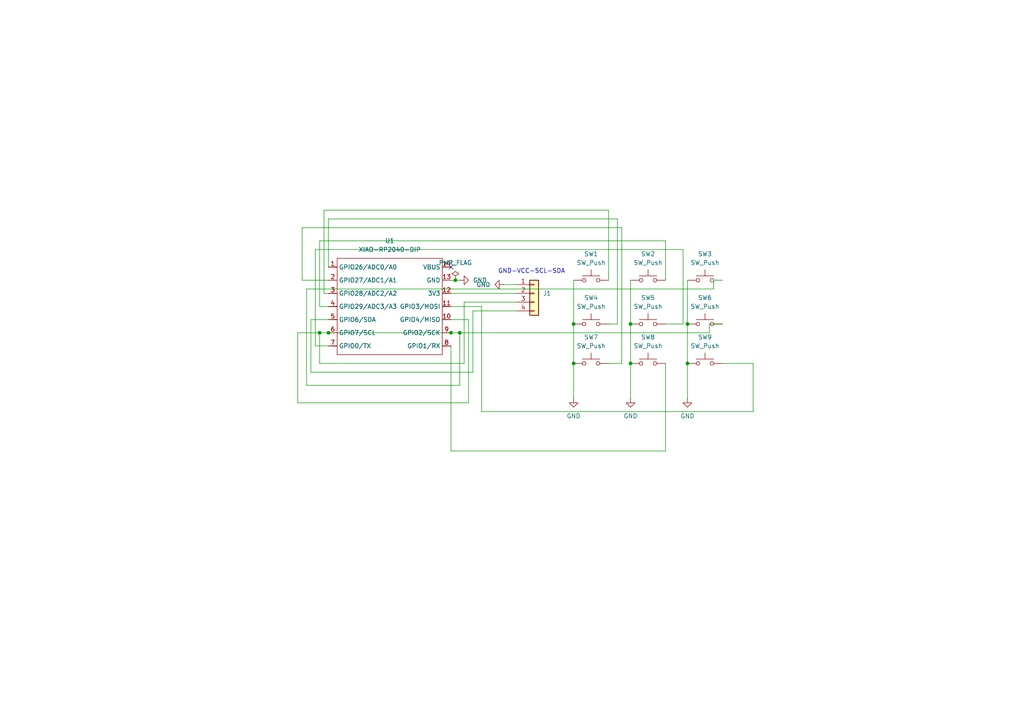
<source format=kicad_sch>
(kicad_sch (version 20250114) (generator "eeschema") (generator_version "9.0")
  (paper "A4")
  (lib_symbols
    (symbol "Connector_Generic:Conn_01x04" (pin_names (offset 1.016) (hide yes))
      (property "Reference" "J" (at 0 5.08 0))
      (property "Value" "Conn_01x04" (at 0 -7.62 0))
      (symbol "Conn_01x04_1_1"
        (rectangle (start -1.27 3.81) (end 1.27 -6.35) (stroke (width 0.254)) (fill (type background)))
        (rectangle (start -1.27 2.667) (end 0 2.413) (stroke (width 0.1524)))
        (rectangle (start -1.27 0.127) (end 0 -0.127) (stroke (width 0.1524)))
        (rectangle (start -1.27 -2.413) (end 0 -2.667) (stroke (width 0.1524)))
        (rectangle (start -1.27 -4.953) (end 0 -5.207) (stroke (width 0.1524)))
        (pin passive line (at -5.08 2.54 0) (length 3.81) (name "Pin_1") (number "1"))
        (pin passive line (at -5.08 0 0) (length 3.81) (name "Pin_2") (number "2"))
        (pin passive line (at -5.08 -2.54 0) (length 3.81) (name "Pin_3") (number "3"))
        (pin passive line (at -5.08 -5.08 0) (length 3.81) (name "Pin_4") (number "4"))
      )
    )
    (symbol "Switch:SW_Push" (pin_numbers (hide yes)) (pin_names (offset 1.016) (hide yes))
      (property "Reference" "SW" (at 1.27 2.54 0))
      (property "Value" "SW_Push" (at 0 -1.524 0))
      (symbol "SW_Push_0_1"
        (circle (center -2.032 0) (radius 0.508))
        (polyline (pts (xy 0 1.27) (xy 0 3.048)))
        (circle (center 2.032 0) (radius 0.508))
        (polyline (pts (xy 2.54 1.27) (xy -2.54 1.27)))
        (pin passive line (at -5.08 0 0) (length 2.54) (name "1") (number "1"))
        (pin passive line (at 5.08 0 180) (length 2.54) (name "2") (number "2"))
      )
    )
    (symbol "gethin_symbols:XIAO-RP2040-DIP"
      (property "Reference" "U" (at 0 0 0))
      (property "Value" "XIAO-RP2040-DIP" (at 5.334 -1.778 0))
      (symbol "XIAO-RP2040-DIP_1_0"
        (polyline (pts (xy -1.27 -2.54) (xy 29.21 -2.54)) (stroke (width 0.1524)))
        (polyline (pts (xy -1.27 -5.08) (xy -2.54 -5.08)) (stroke (width 0.1524)))
        (polyline (pts (xy -1.27 -5.08) (xy -1.27 -2.54)) (stroke (width 0.1524)))
        (polyline (pts (xy -1.27 -8.89) (xy -2.54 -8.89)) (stroke (width 0.1524)))
        (polyline (pts (xy -1.27 -8.89) (xy -1.27 -5.08)) (stroke (width 0.1524)))
        (polyline (pts (xy -1.27 -12.7) (xy -2.54 -12.7)) (stroke (width 0.1524)))
        (polyline (pts (xy -1.27 -12.7) (xy -1.27 -8.89)) (stroke (width 0.1524)))
        (polyline (pts (xy -1.27 -16.51) (xy -2.54 -16.51)) (stroke (width 0.1524)))
        (polyline (pts (xy -1.27 -16.51) (xy -1.27 -12.7)) (stroke (width 0.1524)))
        (polyline (pts (xy -1.27 -20.32) (xy -2.54 -20.32)) (stroke (width 0.1524)))
        (polyline (pts (xy -1.27 -24.13) (xy -2.54 -24.13)) (stroke (width 0.1524)))
        (polyline (pts (xy -1.27 -27.94) (xy -2.54 -27.94)) (stroke (width 0.1524)))
        (polyline (pts (xy -1.27 -30.48) (xy -1.27 -16.51)) (stroke (width 0.1524)))
        (polyline (pts (xy 29.21 -2.54) (xy 29.21 -5.08)) (stroke (width 0.1524)))
        (polyline (pts (xy 29.21 -5.08) (xy 29.21 -8.89)) (stroke (width 0.1524)))
        (polyline (pts (xy 29.21 -8.89) (xy 29.21 -12.7)) (stroke (width 0.1524)))
        (polyline (pts (xy 29.21 -12.7) (xy 29.21 -30.48)) (stroke (width 0.1524)))
        (polyline (pts (xy 29.21 -30.48) (xy -1.27 -30.48)) (stroke (width 0.1524)))
        (polyline (pts (xy 30.48 -5.08) (xy 29.21 -5.08)) (stroke (width 0.1524)))
        (polyline (pts (xy 30.48 -8.89) (xy 29.21 -8.89)) (stroke (width 0.1524)))
        (polyline (pts (xy 30.48 -12.7) (xy 29.21 -12.7)) (stroke (width 0.1524)))
        (polyline (pts (xy 30.48 -16.51) (xy 29.21 -16.51)) (stroke (width 0.1524)))
        (polyline (pts (xy 30.48 -20.32) (xy 29.21 -20.32)) (stroke (width 0.1524)))
        (polyline (pts (xy 30.48 -24.13) (xy 29.21 -24.13)) (stroke (width 0.1524)))
        (polyline (pts (xy 30.48 -27.94) (xy 29.21 -27.94)) (stroke (width 0.1524)))
        (pin passive line (at -3.81 -5.08 0) (length 2.54) (name "GPIO26/ADC0/A0") (number "1"))
        (pin passive line (at -3.81 -8.89 0) (length 2.54) (name "GPIO27/ADC1/A1") (number "2"))
        (pin passive line (at -3.81 -12.7 0) (length 2.54) (name "GPIO28/ADC2/A2") (number "3"))
        (pin passive line (at -3.81 -16.51 0) (length 2.54) (name "GPIO29/ADC3/A3") (number "4"))
        (pin passive line (at -3.81 -20.32 0) (length 2.54) (name "GPIO6/SDA") (number "5"))
        (pin passive line (at -3.81 -24.13 0) (length 2.54) (name "GPIO7/SCL") (number "6"))
        (pin passive line (at -3.81 -27.94 0) (length 2.54) (name "GPIO0/TX") (number "7"))
        (pin passive line (at 31.75 -5.08 180) (length 2.54) (name "VBUS") (number "14"))
        (pin passive line (at 31.75 -8.89 180) (length 2.54) (name "GND") (number "13"))
        (pin passive line (at 31.75 -12.7 180) (length 2.54) (name "3V3") (number "12"))
        (pin passive line (at 31.75 -16.51 180) (length 2.54) (name "GPIO3/MOSI") (number "11"))
        (pin passive line (at 31.75 -20.32 180) (length 2.54) (name "GPIO4/MISO") (number "10"))
        (pin passive line (at 31.75 -24.13 180) (length 2.54) (name "GPIO2/SCK") (number "9"))
        (pin passive line (at 31.75 -27.94 180) (length 2.54) (name "GPIO1/RX") (number "8"))
      )
    )
    (symbol "power:GND" (power) (pin_numbers (hide yes)) (pin_names (offset 0) (hide yes))
      (property "Value" "GND" (at 0 -3.81 0))
      (symbol "GND_0_1"
        (polyline (pts (xy 0 0) (xy 0 -1.27) (xy 1.27 -1.27) (xy 0 -2.54) (xy -1.27 -1.27) (xy 0 -1.27)))
      )
      (symbol "GND_1_1"
        (pin power_in line (at 0 0 270) (length 0) (name "~") (number "1"))
      )
    )
    (symbol "power:PWR_FLAG" (power) (pin_numbers (hide yes)) (pin_names (offset 0) (hide yes))
      (property "Value" "PWR_FLAG" (at 0 3.81 0))
      (symbol "PWR_FLAG_0_0"
        (pin power_out line (at 0 0 90) (length 0) (name "~") (number "1"))
      )
      (symbol "PWR_FLAG_0_1"
        (polyline (pts (xy 0 0) (xy 0 1.27) (xy -1.016 1.905) (xy 0 2.54) (xy 1.016 1.905) (xy 0 1.27)))
      )
    )
  )
  (text "GND-VCC-SCL-SDA\n" (at 154.178 78.74 0) (effects (font (size 1.27 1.27))))
  (junction (at 130.81 96.52))
  (junction (at 199.39 93.98))
  (junction (at 182.88 93.98))
  (junction (at 182.88 105.41))
  (junction (at 132.08 81.28))
  (junction (at 95.25 96.52))
  (junction (at 133.35 96.52))
  (junction (at 166.37 93.98))
  (junction (at 92.71 96.52))
  (junction (at 166.37 105.41))
  (junction (at 199.39 105.41))
  (no_connect (at 130.81 77.47))
  (wire (pts (xy 146.05 82.55) (xy 149.86 82.55)))
  (wire (pts (xy 199.39 93.98) (xy 199.39 105.41)))
  (wire (pts (xy 176.53 105.41) (xy 180.34 105.41)))
  (wire (pts (xy 92.71 96.52) (xy 86.36 96.52)))
  (wire (pts (xy 193.04 130.81) (xy 130.81 130.81)))
  (wire (pts (xy 130.81 96.52) (xy 95.25 96.52)))
  (wire (pts (xy 92.71 69.85) (xy 92.71 88.9)))
  (wire (pts (xy 198.12 72.39) (xy 91.44 72.39)))
  (wire (pts (xy 90.17 107.95) (xy 90.17 92.71)))
  (wire (pts (xy 130.81 85.09) (xy 149.86 85.09)))
  (wire (pts (xy 137.16 90.17) (xy 137.16 107.95)))
  (wire (pts (xy 179.07 93.98) (xy 179.07 63.5)))
  (wire (pts (xy 193.04 93.98) (xy 198.12 93.98)))
  (wire (pts (xy 91.44 100.33) (xy 95.25 100.33)))
  (wire (pts (xy 92.71 96.52) (xy 95.25 96.52)))
  (wire (pts (xy 135.89 116.84) (xy 135.89 92.71)))
  (wire (pts (xy 92.71 88.9) (xy 95.25 88.9)))
  (wire (pts (xy 134.62 87.63) (xy 134.62 105.41)))
  (wire (pts (xy 86.36 116.84) (xy 135.89 116.84)))
  (wire (pts (xy 166.37 105.41) (xy 166.37 115.57)))
  (wire (pts (xy 87.63 81.28) (xy 95.25 81.28)))
  (wire (pts (xy 166.37 81.28) (xy 166.37 93.98)))
  (wire (pts (xy 88.9 83.82) (xy 88.9 111.76)))
  (wire (pts (xy 130.81 81.28) (xy 132.08 81.28)))
  (wire (pts (xy 92.71 105.41) (xy 92.71 96.52)))
  (wire (pts (xy 207.01 83.82) (xy 207.01 81.28)))
  (wire (pts (xy 180.34 105.41) (xy 180.34 66.04)))
  (wire (pts (xy 88.9 111.76) (xy 133.35 111.76)))
  (wire (pts (xy 93.98 60.96) (xy 93.98 85.09)))
  (wire (pts (xy 207.01 81.28) (xy 209.55 81.28)))
  (wire (pts (xy 176.53 93.98) (xy 179.07 93.98)))
  (wire (pts (xy 139.7 119.38) (xy 139.7 88.9)))
  (wire (pts (xy 218.44 105.41) (xy 218.44 119.38)))
  (wire (pts (xy 176.53 81.28) (xy 176.53 60.96)))
  (wire (pts (xy 149.86 90.17) (xy 137.16 90.17)))
  (wire (pts (xy 182.88 93.98) (xy 182.88 105.41)))
  (wire (pts (xy 193.04 69.85) (xy 92.71 69.85)))
  (wire (pts (xy 179.07 63.5) (xy 95.25 63.5)))
  (wire (pts (xy 182.88 105.41) (xy 182.88 115.57)))
  (wire (pts (xy 205.74 93.98) (xy 209.55 93.98)))
  (wire (pts (xy 176.53 60.96) (xy 93.98 60.96)))
  (wire (pts (xy 91.44 72.39) (xy 91.44 100.33)))
  (wire (pts (xy 209.55 105.41) (xy 218.44 105.41)))
  (wire (pts (xy 135.89 92.71) (xy 130.81 92.71)))
  (wire (pts (xy 193.04 81.28) (xy 193.04 69.85)))
  (wire (pts (xy 139.7 88.9) (xy 130.81 88.9)))
  (wire (pts (xy 137.16 107.95) (xy 90.17 107.95)))
  (wire (pts (xy 193.04 105.41) (xy 193.04 130.81)))
  (wire (pts (xy 93.98 85.09) (xy 95.25 85.09)))
  (wire (pts (xy 86.36 96.52) (xy 86.36 116.84)))
  (wire (pts (xy 199.39 105.41) (xy 199.39 115.57)))
  (wire (pts (xy 207.01 83.82) (xy 88.9 83.82)))
  (wire (pts (xy 133.35 111.76) (xy 133.35 96.52)))
  (wire (pts (xy 199.39 81.28) (xy 199.39 93.98)))
  (wire (pts (xy 180.34 66.04) (xy 87.63 66.04)))
  (wire (pts (xy 166.37 93.98) (xy 166.37 105.41)))
  (wire (pts (xy 133.35 96.52) (xy 130.81 96.52)))
  (wire (pts (xy 205.74 96.52) (xy 205.74 93.98)))
  (wire (pts (xy 149.86 87.63) (xy 134.62 87.63)))
  (wire (pts (xy 205.74 96.52) (xy 133.35 96.52)))
  (wire (pts (xy 95.25 63.5) (xy 95.25 77.47)))
  (wire (pts (xy 132.08 81.28) (xy 133.35 81.28)))
  (wire (pts (xy 90.17 92.71) (xy 95.25 92.71)))
  (wire (pts (xy 87.63 66.04) (xy 87.63 81.28)))
  (wire (pts (xy 134.62 105.41) (xy 92.71 105.41)))
  (wire (pts (xy 130.81 130.81) (xy 130.81 100.33)))
  (wire (pts (xy 198.12 93.98) (xy 198.12 72.39)))
  (wire (pts (xy 182.88 81.28) (xy 182.88 93.98)))
  (wire (pts (xy 218.44 119.38) (xy 139.7 119.38)))
  (symbol (lib_id "Switch:SW_Push") (at 204.47 105.41 0) (unit 1)
    (property "Reference" "SW9" (at 204.47 97.79 0))
    (property "Value" "SW_Push" (at 204.47 100.33 0))
    (property "Footprint" "Button_Switch_Keyboard:SW_Cherry_MX_1.00u_PCB" (effects (hide yes)))
    (property "Description" "Push button switch, generic, two pins" (effects (hide yes)))
  )
  (symbol (lib_id "Switch:SW_Push") (at 171.45 81.28 0) (unit 1)
    (property "Reference" "SW1" (at 171.45 73.66 0))
    (property "Value" "SW_Push" (at 171.45 76.2 0))
    (property "Footprint" "Button_Switch_Keyboard:SW_Cherry_MX_1.00u_PCB" (effects (hide yes)))
    (property "Description" "Push button switch, generic, two pins" (effects (hide yes)))
  )
  (symbol (lib_id "power:GND") (at 182.88 115.57 0) (unit 1)
    (property "Reference" "#PWR04" (effects (hide yes)))
    (property "Value" "GND" (at 182.88 120.65 0))
    (property "Description" "Power symbol creates a global label with name \"GND\" , ground" (effects (hide yes)))
  )
  (symbol (lib_id "power:PWR_FLAG") (at 132.08 81.28 0) (unit 1)
    (property "Reference" "#FLG01" (effects (hide yes)))
    (property "Value" "PWR_FLAG" (at 132.08 76.2 0))
    (property "Description" "Special symbol for telling ERC where power comes from" (effects (hide yes)))
  )
  (symbol (lib_id "Switch:SW_Push") (at 171.45 93.98 0) (unit 1)
    (property "Reference" "SW4" (at 171.45 86.36 0))
    (property "Value" "SW_Push" (at 171.45 88.9 0))
    (property "Footprint" "Button_Switch_Keyboard:SW_Cherry_MX_1.00u_PCB" (effects (hide yes)))
    (property "Description" "Push button switch, generic, two pins" (effects (hide yes)))
  )
  (symbol (lib_id "power:GND") (at 133.35 81.28 90) (unit 1)
    (property "Reference" "#PWR01" (effects (hide yes)))
    (property "Value" "GND" (at 137.16 81.2799 90) (effects (justify right)))
    (property "Description" "Power symbol creates a global label with name \"GND\" , ground" (effects (hide yes)))
  )
  (symbol (lib_id "Switch:SW_Push") (at 171.45 105.41 0) (unit 1)
    (property "Reference" "SW7" (at 171.45 97.79 0))
    (property "Value" "SW_Push" (at 171.45 100.33 0))
    (property "Footprint" "Button_Switch_Keyboard:SW_Cherry_MX_1.00u_PCB" (effects (hide yes)))
    (property "Description" "Push button switch, generic, two pins" (effects (hide yes)))
  )
  (symbol (lib_id "Switch:SW_Push") (at 204.47 93.98 0) (unit 1)
    (property "Reference" "SW6" (at 204.47 86.36 0))
    (property "Value" "SW_Push" (at 204.47 88.9 0))
    (property "Footprint" "Button_Switch_Keyboard:SW_Cherry_MX_1.00u_PCB" (effects (hide yes)))
    (property "Description" "Push button switch, generic, two pins" (effects (hide yes)))
  )
  (symbol (lib_id "power:GND") (at 199.39 115.57 0) (unit 1)
    (property "Reference" "#PWR03" (effects (hide yes)))
    (property "Value" "GND" (at 199.39 120.65 0))
    (property "Description" "Power symbol creates a global label with name \"GND\" , ground" (effects (hide yes)))
  )
  (symbol (lib_id "Switch:SW_Push") (at 187.96 105.41 0) (unit 1)
    (property "Reference" "SW8" (at 187.96 97.79 0))
    (property "Value" "SW_Push" (at 187.96 100.33 0))
    (property "Footprint" "Button_Switch_Keyboard:SW_Cherry_MX_1.00u_PCB" (effects (hide yes)))
    (property "Description" "Push button switch, generic, two pins" (effects (hide yes)))
  )
  (symbol (lib_id "gethin_symbols:XIAO-RP2040-DIP") (at 99.06 72.39 0) (unit 1)
    (property "Reference" "U1" (at 113.03 69.85 0))
    (property "Value" "XIAO-RP2040-DIP" (at 113.03 72.39 0))
    (property "Footprint" "gethin_footprints:XIAO-RP2040-DIP" (effects (hide yes)))
  )
  (symbol (lib_id "Switch:SW_Push") (at 187.96 81.28 0) (unit 1)
    (property "Reference" "SW2" (at 187.96 73.66 0))
    (property "Value" "SW_Push" (at 187.96 76.2 0))
    (property "Footprint" "Button_Switch_Keyboard:SW_Cherry_MX_1.00u_PCB" (effects (hide yes)))
    (property "Description" "Push button switch, generic, two pins" (effects (hide yes)))
  )
  (symbol (lib_id "power:GND") (at 146.05 82.55 270) (unit 1)
    (property "Reference" "#PWR02" (effects (hide yes)))
    (property "Value" "GND" (at 142.24 82.5499 90) (effects (justify right)))
    (property "Description" "Power symbol creates a global label with name \"GND\" , ground" (effects (hide yes)))
  )
  (symbol (lib_id "power:GND") (at 166.37 115.57 0) (unit 1)
    (property "Reference" "#PWR05" (effects (hide yes)))
    (property "Value" "GND" (at 166.37 120.65 0))
    (property "Description" "Power symbol creates a global label with name \"GND\" , ground" (effects (hide yes)))
  )
  (symbol (lib_id "Switch:SW_Push") (at 204.47 81.28 0) (unit 1)
    (property "Reference" "SW3" (at 204.47 73.66 0))
    (property "Value" "SW_Push" (at 204.47 76.2 0))
    (property "Footprint" "Button_Switch_Keyboard:SW_Cherry_MX_1.00u_PCB" (effects (hide yes)))
    (property "Description" "Push button switch, generic, two pins" (effects (hide yes)))
  )
  (symbol (lib_id "Switch:SW_Push") (at 187.96 93.98 0) (unit 1)
    (property "Reference" "SW5" (at 187.96 86.36 0))
    (property "Value" "SW_Push" (at 187.96 88.9 0))
    (property "Footprint" "Button_Switch_Keyboard:SW_Cherry_MX_1.00u_PCB" (effects (hide yes)))
    (property "Description" "Push button switch, generic, two pins" (effects (hide yes)))
  )
  (symbol (lib_id "Connector_Generic:Conn_01x04") (at 154.94 85.09 0) (unit 1)
    (property "Reference" "J1" (at 157.48 85.0899 0) (effects (justify left)))
    (property "Value" "Conn_01x04" (effects (hide yes)))
    (property "Footprint" "gethin_library_fresh:SSD1306-0.91-OLED-4pin-128x32" (effects (hide yes)))
    (property "Description" "Generic connector, single row, 01x04, script generated (kicad-library-utils/schlib/autogen/connector/)" (effects (hide yes)))
  )
)
</source>
